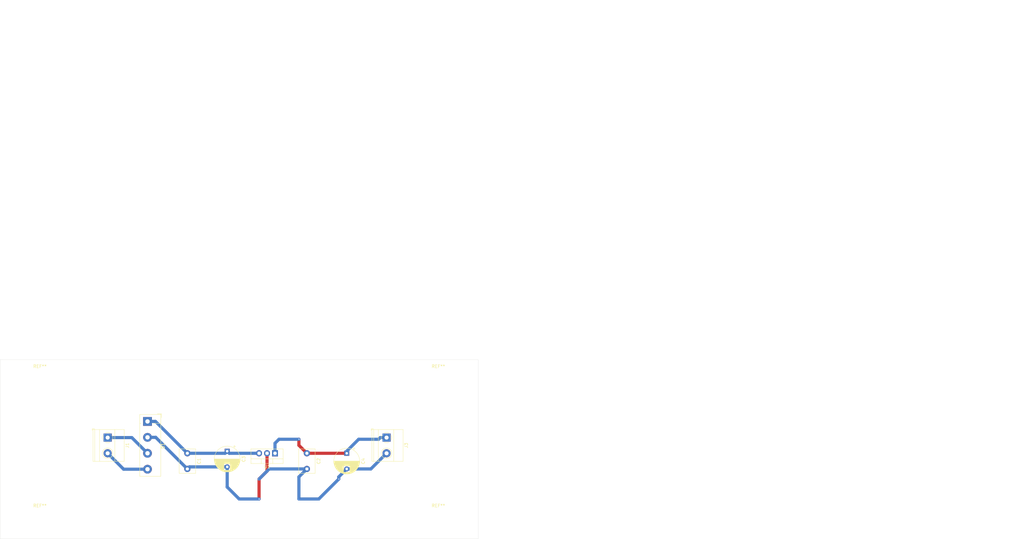
<source format=kicad_pcb>
(kicad_pcb (version 20240108) (generator "pcbnew") (generator_version "8.0")
  (layers (0 "F.Cu" signal) (31 "B.Cu" signal) (34 "B.Paste" user) (35 "F.Paste" user) (36 "B.SilkS" user "B.Silkscreen") (37 "F.SilkS" user "F.Silkscreen") (38 "B.Mask" user) (39 "F.Mask" user) (44 "Edge.Cuts" user))
  (net 0 "")
  (net 1 "/VIN")
  (net 2 "GND")
  (net 3 "/AC1")
  (net 4 "/AC2")
  (net 5 "/VOUT")
  (footprint "Capacitor_THT:C_Disc_D7.5mm_W5.0mm_P5.00mm" (layer "F.Cu") (at 101.6 88.9 -90)
    (property "Reference" "C1" (at 2.5 -3.75 -90) (layer "F.SilkS"))
    (property "Value" "C")
    (fp_line (start -1.37 2.62) (end 6.37 2.62) (stroke (width 0.12)) (layer "F.SilkS"))
    (fp_line (start -1.37 -2.62) (end -1.37 2.62) (stroke (width 0.12)) (layer "F.SilkS"))
    (fp_line (start -1.37 -2.62) (end 6.37 -2.62) (stroke (width 0.12)) (layer "F.SilkS"))
    (fp_line (start 6.37 -2.62) (end 6.37 2.62) (stroke (width 0.12)) (layer "F.SilkS"))
    (pad "1" thru_hole circle (at 0 0 270) (size 2 2) (drill 1) (layers "*.Cu" "*.Mask") (net 1 "/VIN"))
    (pad "2" thru_hole circle (at 5 0 270) (size 2 2) (drill 1) (layers "*.Cu" "*.Mask") (net 2 "GND"))
  )
  (footprint "Diode_THT:Diode_Bridge_Vishay_KBL" (layer "F.Cu") (at 88.9 78.74 -90)
    (property "Reference" "D1" (at 7.8 -4.95 90) (layer "F.SilkS"))
    (property "Value" "ABS10")
    (fp_line (start -2.2 2.45) (end 17.5 2.45) (stroke (width 0.12)) (layer "F.SilkS"))
    (fp_line (start 17.5 2.45) (end 17.5 -4.25) (stroke (width 0.12)) (layer "F.SilkS"))
    (fp_line (start 0.65 2.05) (end 0.65 2.45) (stroke (width 0.12)) (layer "F.SilkS"))
    (fp_line (start 0.65 -1.9) (end 0.65 -4.25) (stroke (width 0.12)) (layer "F.SilkS"))
    (fp_line (start -2.4 -3.15) (end -2.4 -4.45) (stroke (width 0.12)) (layer "F.SilkS"))
    (fp_line (start -2.2 -4.25) (end -2.2 2.45) (stroke (width 0.12)) (layer "F.SilkS"))
    (fp_line (start 17.5 -4.25) (end -2.2 -4.25) (stroke (width 0.12)) (layer "F.SilkS"))
    (fp_line (start -2.4 -4.45) (end -1.2 -4.45) (stroke (width 0.12)) (layer "F.SilkS"))
    (pad "1" thru_hole rect (at 0 0 270) (size 2.8 2.8) (drill 1.4) (layers "*.Cu" "*.Mask") (net 1 "/VIN"))
    (pad "2" thru_hole circle (at 5.08 0 270) (size 2.8 2.8) (drill 1.4) (layers "*.Cu" "*.Mask") (net 2 "GND"))
    (pad "3" thru_hole circle (at 10.16 0 270) (size 2.8 2.8) (drill 1.4) (layers "*.Cu" "*.Mask") (net 4 "/AC2"))
    (pad "4" thru_hole circle (at 15.24 0 270) (size 2.8 2.8) (drill 1.4) (layers "*.Cu" "*.Mask") (net 3 "/AC1"))
  )
  (footprint "MountingHole:MountingHole_3.2mm_M3" (layer "F.Cu") (at 54.61 65.38)
    (property "Reference" "REF**" (at 0 -4.2 0) (layer "F.SilkS"))
    (property "Value" "MountingHole_3.2mm_M3")
    (pad "" np_thru_hole circle (at 0 0) (size 3.2 3.2) (drill 3.2) (layers "*.Cu" "*.Mask"))
  )
  (footprint "Capacitor_THT:CP_Radial_D8.0mm_P5.00mm" (layer "F.Cu") (at 114.3 88.2425 -90)
    (property "Reference" "C3" (at 2.5 -5.25 -90) (layer "F.SilkS"))
    (property "Value" "C_Polarized")
    (fp_line (start 3.981 1.04) (end 3.981 3.805) (stroke (width 0.12)) (layer "F.SilkS"))
    (fp_line (start 4.021 1.04) (end 4.021 3.79) (stroke (width 0.12)) (layer "F.SilkS"))
    (fp_line (start 4.061 1.04) (end 4.061 3.774) (stroke (width 0.12)) (layer "F.SilkS"))
    (fp_line (start 4.101 1.04) (end 4.101 3.757) (stroke (width 0.12)) (layer "F.SilkS"))
    (fp_line (start 4.141 1.04) (end 4.141 3.74) (stroke (width 0.12)) (layer "F.SilkS"))
    (fp_line (start 4.181 1.04) (end 4.181 3.722) (stroke (width 0.12)) (layer "F.SilkS"))
    (fp_line (start 4.221 1.04) (end 4.221 3.704) (stroke (width 0.12)) (layer "F.SilkS"))
    (fp_line (start 4.261 1.04) (end 4.261 3.686) (stroke (width 0.12)) (layer "F.SilkS"))
    (fp_line (start 4.301 1.04) (end 4.301 3.666) (stroke (width 0.12)) (layer "F.SilkS"))
    (fp_line (start 4.341 1.04) (end 4.341 3.647) (stroke (width 0.12)) (layer "F.SilkS"))
    (fp_line (start 4.381 1.04) (end 4.381 3.627) (stroke (width 0.12)) (layer "F.SilkS"))
    (fp_line (start 4.421 1.04) (end 4.421 3.606) (stroke (width 0.12)) (layer "F.SilkS"))
    (fp_line (start 4.461 1.04) (end 4.461 3.584) (stroke (width 0.12)) (layer "F.SilkS"))
    (fp_line (start 4.501 1.04) (end 4.501 3.562) (stroke (width 0.12)) (layer "F.SilkS"))
    (fp_line (start 4.541 1.04) (end 4.541 3.54) (stroke (width 0.12)) (layer "F.SilkS"))
    (fp_line (start 4.581 1.04) (end 4.581 3.517) (stroke (width 0.12)) (layer "F.SilkS"))
    (fp_line (start 4.621 1.04) (end 4.621 3.493) (stroke (width 0.12)) (layer "F.SilkS"))
    (fp_line (start 4.661 1.04) (end 4.661 3.469) (stroke (width 0.12)) (layer "F.SilkS"))
    (fp_line (start 4.701 1.04) (end 4.701 3.444) (stroke (width 0.12)) (layer "F.SilkS"))
    (fp_line (start 4.741 1.04) (end 4.741 3.418) (stroke (width 0.12)) (layer "F.SilkS"))
    (fp_line (start 4.781 1.04) (end 4.781 3.392) (stroke (width 0.12)) (layer "F.SilkS"))
    (fp_line (start 4.821 1.04) (end 4.821 3.365) (stroke (width 0.12)) (layer "F.SilkS"))
    (fp_line (start 4.861 1.04) (end 4.861 3.338) (stroke (width 0.12)) (layer "F.SilkS"))
    (fp_line (start 4.901 1.04) (end 4.901 3.309) (stroke (width 0.12)) (layer "F.SilkS"))
    (fp_line (start 4.941 1.04) (end 4.941 3.28) (stroke (width 0.12)) (layer "F.SilkS"))
    (fp_line (start 4.981 1.04) (end 4.981 3.25) (stroke (width 0.12)) (layer "F.SilkS"))
    (fp_line (start 5.021 1.04) (end 5.021 3.22) (stroke (width 0.12)) (layer "F.SilkS"))
    (fp_line (start 5.061 1.04) (end 5.061 3.189) (stroke (width 0.12)) (layer "F.SilkS"))
    (fp_line (start 5.101 1.04) (end 5.101 3.156) (stroke (width 0.12)) (layer "F.SilkS"))
    (fp_line (start 5.141 1.04) (end 5.141 3.124) (stroke (width 0.12)) (layer "F.SilkS"))
    (fp_line (start 5.181 1.04) (end 5.181 3.09) (stroke (width 0.12)) (layer "F.SilkS"))
    (fp_line (start 5.221 1.04) (end 5.221 3.055) (stroke (width 0.12)) (layer "F.SilkS"))
    (fp_line (start 5.261 1.04) (end 5.261 3.019) (stroke (width 0.12)) (layer "F.SilkS"))
    (fp_line (start 5.301 1.04) (end 5.301 2.983) (stroke (width 0.12)) (layer "F.SilkS"))
    (fp_line (start 5.341 1.04) (end 5.341 2.945) (stroke (width 0.12)) (layer "F.SilkS"))
    (fp_line (start 5.381 1.04) (end 5.381 2.907) (stroke (width 0.12)) (layer "F.SilkS"))
    (fp_line (start 5.421 1.04) (end 5.421 2.867) (stroke (width 0.12)) (layer "F.SilkS"))
    (fp_line (start 5.461 1.04) (end 5.461 2.826) (stroke (width 0.12)) (layer "F.SilkS"))
    (fp_line (start 5.501 1.04) (end 5.501 2.784) (stroke (width 0.12)) (layer "F.SilkS"))
    (fp_line (start 5.541 1.04) (end 5.541 2.741) (stroke (width 0.12)) (layer "F.SilkS"))
    (fp_line (start 5.581 1.04) (end 5.581 2.697) (stroke (width 0.12)) (layer "F.SilkS"))
    (fp_line (start 5.621 1.04) (end 5.621 2.651) (stroke (width 0.12)) (layer "F.SilkS"))
    (fp_line (start 5.661 1.04) (end 5.661 2.604) (stroke (width 0.12)) (layer "F.SilkS"))
    (fp_line (start 5.701 1.04) (end 5.701 2.556) (stroke (width 0.12)) (layer "F.SilkS"))
    (fp_line (start 5.741 1.04) (end 5.741 2.505) (stroke (width 0.12)) (layer "F.SilkS"))
    (fp_line (start 5.781 1.04) (end 5.781 2.454) (stroke (width 0.12)) (layer "F.SilkS"))
    (fp_line (start 5.821 1.04) (end 5.821 2.4) (stroke (width 0.12)) (layer "F.SilkS"))
    (fp_line (start 5.861 1.04) (end 5.861 2.345) (stroke (width 0.12)) (layer "F.SilkS"))
    (fp_line (start 5.901 1.04) (end 5.901 2.287) (stroke (width 0.12)) (layer "F.SilkS"))
    (fp_line (start 5.941 1.04) (end 5.941 2.228) (stroke (width 0.12)) (layer "F.SilkS"))
    (fp_line (start 5.981 1.04) (end 5.981 2.166) (stroke (width 0.12)) (layer "F.SilkS"))
    (fp_line (start 6.021 1.04) (end 6.021 2.102) (stroke (width 0.12)) (layer "F.SilkS"))
    (fp_line (start 6.581 -0.533) (end 6.581 0.533) (stroke (width 0.12)) (layer "F.SilkS"))
    (fp_line (start 6.541 -0.768) (end 6.541 0.768) (stroke (width 0.12)) (layer "F.SilkS"))
    (fp_line (start 6.501 -0.948) (end 6.501 0.948) (stroke (width 0.12)) (layer "F.SilkS"))
    (fp_line (start 6.461 -1.098) (end 6.461 1.098) (stroke (width 0.12)) (layer "F.SilkS"))
    (fp_line (start 6.421 -1.229) (end 6.421 1.229) (stroke (width 0.12)) (layer "F.SilkS"))
    (fp_line (start 6.381 -1.346) (end 6.381 1.346) (stroke (width 0.12)) (layer "F.SilkS"))
    (fp_line (start 6.341 -1.453) (end 6.341 1.453) (stroke (width 0.12)) (layer "F.SilkS"))
    (fp_line (start 6.301 -1.552) (end 6.301 1.552) (stroke (width 0.12)) (layer "F.SilkS"))
    (fp_line (start 6.261 -1.645) (end 6.261 1.645) (stroke (width 0.12)) (layer "F.SilkS"))
    (fp_line (start 6.221 -1.731) (end 6.221 1.731) (stroke (width 0.12)) (layer "F.SilkS"))
    (fp_line (start 6.181 -1.813) (end 6.181 1.813) (stroke (width 0.12)) (layer "F.SilkS"))
    (fp_line (start 6.141 -1.89) (end 6.141 1.89) (stroke (width 0.12)) (layer "F.SilkS"))
    (fp_line (start 6.101 -1.964) (end 6.101 1.964) (stroke (width 0.12)) (layer "F.SilkS"))
    (fp_line (start 6.061 -2.034) (end 6.061 2.034) (stroke (width 0.12)) (layer "F.SilkS"))
    (fp_line (start 6.021 -2.102) (end 6.021 -1.04) (stroke (width 0.12)) (layer "F.SilkS"))
    (fp_line (start 5.981 -2.166) (end 5.981 -1.04) (stroke (width 0.12)) (layer "F.SilkS"))
    (fp_line (start 5.941 -2.228) (end 5.941 -1.04) (stroke (width 0.12)) (layer "F.SilkS"))
    (fp_line (start 5.901 -2.287) (end 5.901 -1.04) (stroke (width 0.12)) (layer "F.SilkS"))
    (fp_line (start -1.909698 -2.315) (end -1.109698 -2.315) (stroke (width 0.12)) (layer "F.SilkS"))
    (fp_line (start 5.861 -2.345) (end 5.861 -1.04) (stroke (width 0.12)) (layer "F.SilkS"))
    (fp_line (start 5.821 -2.4) (end 5.821 -1.04) (stroke (width 0.12)) (layer "F.SilkS"))
    (fp_line (start 5.781 -2.454) (end 5.781 -1.04) (stroke (width 0.12)) (layer "F.SilkS"))
    (fp_line (start 5.741 -2.505) (end 5.741 -1.04) (stroke (width 0.12)) (layer "F.SilkS"))
    (fp_line (start 5.701 -2.556) (end 5.701 -1.04) (stroke (width 0.12)) (layer "F.SilkS"))
    (fp_line (start 5.661 -2.604) (end 5.661 -1.04) (stroke (width 0.12)) (layer "F.SilkS"))
    (fp_line (start 5.621 -2.651) (end 5.621 -1.04) (stroke (width 0.12)) (layer "F.SilkS"))
    (fp_line (start 5.581 -2.697) (end 5.581 -1.04) (stroke (width 0.12)) (layer "F.SilkS"))
    (fp_line (start -1.509698 -2.715) (end -1.509698 -1.915) (stroke (width 0.12)) (layer "F.SilkS"))
    (fp_line (start 5.541 -2.741) (end 5.541 -1.04) (stroke (width 0.12)) (layer "F.SilkS"))
    (fp_line (start 5.501 -2.784) (end 5.501 -1.04) (stroke (width 0.12)) (layer "F.SilkS"))
    (fp_line (start 5.461 -2.826) (end 5.461 -1.04) (stroke (width 0.12)) (layer "F.SilkS"))
    (fp_line (start 5.421 -2.867) (end 5.421 -1.04) (stroke (width 0.12)) (layer "F.SilkS"))
    (fp_line (start 5.381 -2.907) (end 5.381 -1.04) (stroke (width 0.12)) (layer "F.SilkS"))
    (fp_line (start 5.341 -2.945) (end 5.341 -1.04) (stroke (width 0.12)) (layer "F.SilkS"))
    (fp_line (start 5.301 -2.983) (end 5.301 -1.04) (stroke (width 0.12)) (layer "F.SilkS"))
    (fp_line (start 5.261 -3.019) (end 5.261 -1.04) (stroke (width 0.12)) (layer "F.SilkS"))
    (fp_line (start 5.221 -3.055) (end 5.221 -1.04) (stroke (width 0.12)) (layer "F.SilkS"))
    (fp_line (start 5.181 -3.09) (end 5.181 -1.04) (stroke (width 0.12)) (layer "F.SilkS"))
    (fp_line (start 5.141 -3.124) (end 5.141 -1.04) (stroke (width 0.12)) (layer "F.SilkS"))
    (fp_line (start 5.101 -3.156) (end 5.101 -1.04) (stroke (width 0.12)) (layer "F.SilkS"))
    (fp_line (start 5.061 -3.189) (end 5.061 -1.04) (stroke (width 0.12)) (layer "F.SilkS"))
    (fp_line (start 5.021 -3.22) (end 5.021 -1.04) (stroke (width 0.12)) (layer "F.SilkS"))
    (fp_line (start 4.981 -3.25) (end 4.981 -1.04) (stroke (width 0.12)) (layer "F.SilkS"))
    (fp_line (start 4.941 -3.28) (end 4.941 -1.04) (stroke (width 0.12)) (layer "F.SilkS"))
    (fp_line (start 4.901 -3.309) (end 4.901 -1.04) (stroke (width 0.12)) (layer "F.SilkS"))
    (fp_line (start 4.861 -3.338) (end 4.861 -1.04) (stroke (width 0.12)) (layer "F.SilkS"))
    (fp_line (start 4.821 -3.365) (end 4.821 -1.04) (stroke (width 0.12)) (layer "F.SilkS"))
    (fp_line (start 4.781 -3.392) (end 4.781 -1.04) (stroke (width 0.12)) (layer "F.SilkS"))
    (fp_line (start 4.741 -3.418) (end 4.741 -1.04) (stroke (width 0.12)) (layer "F.SilkS"))
    (fp_line (start 4.701 -3.444) (end 4.701 -1.04) (stroke (width 0.12)) (layer "F.SilkS"))
    (fp_line (start 4.661 -3.469) (end 4.661 -1.04) (stroke (width 0.12)) (layer "F.SilkS"))
    (fp_line (start 4.621 -3.493) (end 4.621 -1.04) (stroke (width 0.12)) (layer "F.SilkS"))
    (fp_line (start 4.581 -3.517) (end 4.581 -1.04) (stroke (width 0.12)) (layer "F.SilkS"))
    (fp_line (start 4.541 -3.54) (end 4.541 -1.04) (stroke (width 0.12)) (layer "F.SilkS"))
    (fp_line (start 4.501 -3.562) (end 4.501 -1.04) (stroke (width 0.12)) (layer "F.SilkS"))
    (fp_line (start 4.461 -3.584) (end 4.461 -1.04) (stroke (width 0.12)) (layer "F.SilkS"))
    (fp_line (start 4.421 -3.606) (end 4.421 -1.04) (stroke (width 0.12)) (layer "F.SilkS"))
    (fp_line (start 4.381 -3.627) (end 4.381 -1.04) (stroke (width 0.12)) (layer "F.SilkS"))
    (fp_line (start 4.341 -3.647) (end 4.341 -1.04) (stroke (width 0.12)) (layer "F.SilkS"))
    (fp_line (start 4.301 -3.666) (end 4.301 -1.04) (stroke (width 0.12)) (layer "F.SilkS"))
    (fp_line (start 4.261 -3.686) (end 4.261 -1.04) (stroke (width 0.12)) (layer "F.SilkS"))
    (fp_line (start 4.221 -3.704) (end 4.221 -1.04) (stroke (width 0.12)) (layer "F.SilkS"))
    (fp_line (start 4.181 -3.722) (end 4.181 -1.04) (stroke (width 0.12)) (layer "F.SilkS"))
    (fp_line (start 4.141 -3.74) (end 4.141 -1.04) (stroke (width 0.12)) (layer "F.SilkS"))
    (fp_line (start 4.101 -3.757) (end 4.101 -1.04) (stroke (width 0.12)) (layer "F.SilkS"))
    (fp_line (start 4.061 -3.774) (end 4.061 -1.04) (stroke (width 0.12)) (layer "F.SilkS"))
    (fp_line (start 4.021 -3.79) (end 4.021 -1.04) (stroke (width 0.12)) (layer "F.SilkS"))
    (fp_line (start 3.981 -3.805) (end 3.981 -1.04) (stroke (width 0.12)) (layer "F.SilkS"))
    (fp_line (start 3.941 -3.821) (end 3.941 3.821) (stroke (width 0.12)) (layer "F.SilkS"))
    (fp_line (start 3.901 -3.835) (end 3.901 3.835) (stroke (width 0.12)) (layer "F.SilkS"))
    (fp_line (start 3.861 -3.85) (end 3.861 3.85) (stroke (width 0.12)) (layer "F.SilkS"))
    (fp_line (start 3.821 -3.863) (end 3.821 3.863) (stroke (width 0.12)) (layer "F.SilkS"))
    (fp_line (start 3.781 -3.877) (end 3.781 3.877) (stroke (width 0.12)) (layer "F.SilkS"))
    (fp_line (start 3.741 -3.889) (end 3.741 3.889) (stroke (width 0.12)) (layer "F.SilkS"))
    (fp_line (start 3.701 -3.902) (end 3.701 3.902) (stroke (width 0.12)) (layer "F.SilkS"))
    (fp_line (start 3.661 -3.914) (end 3.661 3.914) (stroke (width 0.12)) (layer "F.SilkS"))
    (fp_line (start 3.621 -3.925) (end 3.621 3.925) (stroke (width 0.12)) (layer "F.SilkS"))
    (fp_line (start 3.581 -3.936) (end 3.581 3.936) (stroke (width 0.12)) (layer "F.SilkS"))
    (fp_line (start 3.541 -3.947) (end 3.541 3.947) (stroke (width 0.12)) (layer "F.SilkS"))
    (fp_line (start 3.501 -3.957) (end 3.501 3.957) (stroke (width 0.12)) (layer "F.SilkS"))
    (fp_line (start 3.461 -3.967) (end 3.461 3.967) (stroke (width 0.12)) (layer "F.SilkS"))
    (fp_line (start 3.421 -3.976) (end 3.421 3.976) (stroke (width 0.12)) (layer "F.SilkS"))
    (fp_line (start 3.381 -3.985) (end 3.381 3.985) (stroke (width 0.12)) (layer "F.SilkS"))
    (fp_line (start 3.341 -3.994) (end 3.341 3.994) (stroke (width 0.12)) (layer "F.SilkS"))
    (fp_line (start 3.301 -4.002) (end 3.301 4.002) (stroke (width 0.12)) (layer "F.SilkS"))
    (fp_line (start 3.261 -4.01) (end 3.261 4.01) (stroke (width 0.12)) (layer "F.SilkS"))
    (fp_line (start 3.221 -4.017) (end 3.221 4.017) (stroke (width 0.12)) (layer "F.SilkS"))
    (fp_line (start 3.18 -4.024) (end 3.18 4.024) (stroke (width 0.12)) (layer "F.SilkS"))
    (fp_line (start 3.14 -4.03) (end 3.14 4.03) (stroke (width 0.12)) (layer "F.SilkS"))
    (fp_line (start 3.1 -4.037) (end 3.1 4.037) (stroke (width 0.12)) (layer "F.SilkS"))
    (fp_line (start 3.06 -4.042) (end 3.06 4.042) (stroke (width 0.12)) (layer "F.SilkS"))
    (fp_line (start 3.02 -4.048) (end 3.02 4.048) (stroke (width 0.12)) (layer "F.SilkS"))
    (fp_line (start 2.98 -4.052) (end 2.98 4.052) (stroke (width 0.12)) (layer "F.SilkS"))
    (fp_line (start 2.94 -4.057) (end 2.94 4.057) (stroke (width 0.12)) (layer "F.SilkS"))
    (fp_line (start 2.9 -4.061) (end 2.9 4.061) (stroke (width 0.12)) (layer "F.SilkS"))
    (fp_line (start 2.86 -4.065) (end 2.86 4.065) (stroke (width 0.12)) (layer "F.SilkS"))
    (fp_line (start 2.82 -4.068) (end 2.82 4.068) (stroke (width 0.12)) (layer "F.SilkS"))
    (fp_line (start 2.78 -4.071) (end 2.78 4.071) (stroke (width 0.12)) (layer "F.SilkS"))
    (fp_line (start 2.74 -4.074) (end 2.74 4.074) (stroke (width 0.12)) (layer "F.SilkS"))
    (fp_line (start 2.7 -4.076) (end 2.7 4.076) (stroke (width 0.12)) (layer "F.SilkS"))
    (fp_line (start 2.66 -4.077) (end 2.66 4.077) (stroke (width 0.12)) (layer "F.SilkS"))
    (fp_line (start 2.62 -4.079) (end 2.62 4.079) (stroke (width 0.12)) (layer "F.SilkS"))
    (fp_line (start 2.5 -4.08) (end 2.5 4.08) (stroke (width 0.12)) (layer "F.SilkS"))
    (fp_line (start 2.54 -4.08) (end 2.54 4.08) (stroke (width 0.12)) (layer "F.SilkS"))
    (fp_line (start 2.58 -4.08) (end 2.58 4.08) (stroke (width 0.12)) (layer "F.SilkS"))
    (fp_circle (center 2.5 0) (end 6.62 0) (stroke (width 0.12)) (fill none) (layer "F.SilkS"))
    (pad "1" thru_hole rect (at 0 0 270) (size 1.6 1.6) (drill 0.8) (layers "*.Cu" "*.Mask") (net 1 "/VIN"))
    (pad "2" thru_hole circle (at 5 0 270) (size 1.6 1.6) (drill 0.8) (layers "*.Cu" "*.Mask") (net 2 "GND"))
  )
  (footprint "Package_TO_SOT_THT:TO-220-3_Vertical" (layer "F.Cu") (at 129.54 88.9 180)
    (property "Reference" "U1" (at 2.54 -4.27 180) (layer "F.SilkS"))
    (property "Value" "LM78L05_TO92")
    (fp_line (start 7.66 -3.27) (end 7.66 1.371) (stroke (width 0.12)) (layer "F.SilkS"))
    (fp_line (start 4.391 -3.27) (end 4.391 -1.76) (stroke (width 0.12)) (layer "F.SilkS"))
    (fp_line (start 0.69 -3.27) (end 0.69 -1.76) (stroke (width 0.12)) (layer "F.SilkS"))
    (fp_line (start -2.58 1.371) (end 7.66 1.371) (stroke (width 0.12)) (layer "F.SilkS"))
    (fp_line (start -2.58 -1.76) (end 7.66 -1.76) (stroke (width 0.12)) (layer "F.SilkS"))
    (fp_line (start -2.58 -3.27) (end 7.66 -3.27) (stroke (width 0.12)) (layer "F.SilkS"))
    (fp_line (start -2.58 -3.27) (end -2.58 1.371) (stroke (width 0.12)) (layer "F.SilkS"))
    (pad "1" thru_hole rect (at 0 0 180) (size 1.905 2) (drill 1.1) (layers "*.Cu" "*.Mask") (net 5 "/VOUT"))
    (pad "2" thru_hole oval (at 2.54 0 180) (size 1.905 2) (drill 1.1) (layers "*.Cu" "*.Mask") (net 2 "GND"))
    (pad "3" thru_hole oval (at 5.08 0 180) (size 1.905 2) (drill 1.1) (layers "*.Cu" "*.Mask") (net 1 "/VIN"))
  )
  (footprint "TerminalBlock_Phoenix:TerminalBlock_Phoenix_MKDS-1,5-2_1x02_P5.00mm_Horizontal" (layer "F.Cu") (at 165.1 83.9 -90)
    (property "Reference" "J3" (at 2.5 -6.26 -90) (layer "F.SilkS"))
    (property "Value" "Screw_Terminal_01x02")
    (fp_line (start -2.8 4.9) (end -2.3 4.9) (stroke (width 0.12)) (layer "F.SilkS"))
    (fp_line (start -2.56 4.66) (end 7.56 4.66) (stroke (width 0.12)) (layer "F.SilkS"))
    (fp_line (start -2.8 4.16) (end -2.8 4.9) (stroke (width 0.12)) (layer "F.SilkS"))
    (fp_line (start -2.56 4.1) (end 7.56 4.1) (stroke (width 0.12)) (layer "F.SilkS"))
    (fp_line (start -2.56 2.6) (end 7.56 2.6) (stroke (width 0.12)) (layer "F.SilkS"))
    (fp_line (start 3.966 1.239) (end 3.931 1.274) (stroke (width 0.12)) (layer "F.SilkS"))
    (fp_line (start 3.773 1.023) (end 3.726 1.069) (stroke (width 0.12)) (layer "F.SilkS"))
    (fp_line (start 6.275 -1.069) (end 6.228 -1.023) (stroke (width 0.12)) (layer "F.SilkS"))
    (fp_line (start 6.07 -1.275) (end 6.035 -1.239) (stroke (width 0.12)) (layer "F.SilkS"))
    (fp_line (start -2.56 -2.301) (end 7.56 -2.301) (stroke (width 0.12)) (layer "F.SilkS"))
    (fp_line (start -2.56 -5.261) (end -2.56 4.66) (stroke (width 0.12)) (layer "F.SilkS"))
    (fp_line (start -2.56 -5.261) (end 7.56 -5.261) (stroke (width 0.12)) (layer "F.SilkS"))
    (fp_line (start 7.56 -5.261) (end 7.56 4.66) (stroke (width 0.12)) (layer "F.SilkS"))
    (fp_arc (start 0.028805 1.680253) (mid -0.335551 1.646659) (end -0.684 1.535) (stroke (width 0.12)) (layer "F.SilkS"))
    (fp_arc (start 0.683318 1.534756) (mid 0.349292 1.643288) (end 0 1.68) (stroke (width 0.12)) (layer "F.SilkS"))
    (fp_arc (start -1.535427 0.683042) (mid -1.680501 -0.000524) (end -1.535 -0.684) (stroke (width 0.12)) (layer "F.SilkS"))
    (fp_arc (start 1.535427 -0.683042) (mid 1.680501 0.000524) (end 1.535 0.684) (stroke (width 0.12)) (layer "F.SilkS"))
    (fp_arc (start -0.683042 -1.535427) (mid 0.000524 -1.680501) (end 0.684 -1.535) (stroke (width 0.12)) (layer "F.SilkS"))
    (fp_circle (center 5 0) (end 6.68 0) (stroke (width 0.12)) (fill none) (layer "F.SilkS"))
    (pad "1" thru_hole rect (at 0 0 270) (size 2.6 2.6) (drill 1.3) (layers "*.Cu" "*.Mask") (net 5 "/VOUT"))
    (pad "2" thru_hole circle (at 5 0 270) (size 2.6 2.6) (drill 1.3) (layers "*.Cu" "*.Mask") (net 2 "GND"))
  )
  (footprint "TerminalBlock_Phoenix:TerminalBlock_Phoenix_MKDS-1,5-2_1x02_P5.00mm_Horizontal" (layer "F.Cu") (at 76.2 83.9 -90)
    (property "Reference" "J1" (at 2.5 -6.26 -90) (layer "F.SilkS"))
    (property "Value" "Screw_Terminal_01x02")
    (fp_line (start -2.8 4.9) (end -2.3 4.9) (stroke (width 0.12)) (layer "F.SilkS"))
    (fp_line (start -2.56 4.66) (end 7.56 4.66) (stroke (width 0.12)) (layer "F.SilkS"))
    (fp_line (start -2.8 4.16) (end -2.8 4.9) (stroke (width 0.12)) (layer "F.SilkS"))
    (fp_line (start -2.56 4.1) (end 7.56 4.1) (stroke (width 0.12)) (layer "F.SilkS"))
    (fp_line (start -2.56 2.6) (end 7.56 2.6) (stroke (width 0.12)) (layer "F.SilkS"))
    (fp_line (start 3.966 1.239) (end 3.931 1.274) (stroke (width 0.12)) (layer "F.SilkS"))
    (fp_line (start 3.773 1.023) (end 3.726 1.069) (stroke (width 0.12)) (layer "F.SilkS"))
    (fp_line (start 6.275 -1.069) (end 6.228 -1.023) (stroke (width 0.12)) (layer "F.SilkS"))
    (fp_line (start 6.07 -1.275) (end 6.035 -1.239) (stroke (width 0.12)) (layer "F.SilkS"))
    (fp_line (start -2.56 -2.301) (end 7.56 -2.301) (stroke (width 0.12)) (layer "F.SilkS"))
    (fp_line (start -2.56 -5.261) (end -2.56 4.66) (stroke (width 0.12)) (layer "F.SilkS"))
    (fp_line (start -2.56 -5.261) (end 7.56 -5.261) (stroke (width 0.12)) (layer "F.SilkS"))
    (fp_line (start 7.56 -5.261) (end 7.56 4.66) (stroke (width 0.12)) (layer "F.SilkS"))
    (fp_arc (start 0.028805 1.680253) (mid -0.335551 1.646659) (end -0.684 1.535) (stroke (width 0.12)) (layer "F.SilkS"))
    (fp_arc (start 0.683318 1.534756) (mid 0.349292 1.643288) (end 0 1.68) (stroke (width 0.12)) (layer "F.SilkS"))
    (fp_arc (start -1.535427 0.683042) (mid -1.680501 -0.000524) (end -1.535 -0.684) (stroke (width 0.12)) (layer "F.SilkS"))
    (fp_arc (start 1.535427 -0.683042) (mid 1.680501 0.000524) (end 1.535 0.684) (stroke (width 0.12)) (layer "F.SilkS"))
    (fp_arc (start -0.683042 -1.535427) (mid 0.000524 -1.680501) (end 0.684 -1.535) (stroke (width 0.12)) (layer "F.SilkS"))
    (fp_circle (center 5 0) (end 6.68 0) (stroke (width 0.12)) (fill none) (layer "F.SilkS"))
    (pad "1" thru_hole rect (at 0 0 270) (size 2.6 2.6) (drill 1.3) (layers "*.Cu" "*.Mask") (net 4 "/AC2"))
    (pad "2" thru_hole circle (at 5 0 270) (size 2.6 2.6) (drill 1.3) (layers "*.Cu" "*.Mask") (net 3 "/AC1"))
  )
  (footprint "MountingHole:MountingHole_3.2mm_M3" (layer "F.Cu") (at 181.61 65.38)
    (property "Reference" "REF**" (at 0 -4.2 0) (layer "F.SilkS"))
    (property "Value" "MountingHole_3.2mm_M3")
    (pad "" np_thru_hole circle (at 0 0) (size 3.2 3.2) (drill 3.2) (layers "*.Cu" "*.Mask"))
  )
  (footprint "MountingHole:MountingHole_3.2mm_M3" (layer "F.Cu") (at 54.61 109.83)
    (property "Reference" "REF**" (at 0 -4.2 0) (layer "F.SilkS"))
    (property "Value" "MountingHole_3.2mm_M3")
    (pad "" np_thru_hole circle (at 0 0) (size 3.2 3.2) (drill 3.2) (layers "*.Cu" "*.Mask"))
  )
  (footprint "Capacitor_THT:C_Disc_D7.5mm_W5.0mm_P5.00mm" (layer "F.Cu") (at 139.7 88.9 -90)
    (property "Reference" "C2" (at 2.5 -3.75 -90) (layer "F.SilkS"))
    (property "Value" "C")
    (fp_line (start -1.37 2.62) (end 6.37 2.62) (stroke (width 0.12)) (layer "F.SilkS"))
    (fp_line (start -1.37 -2.62) (end -1.37 2.62) (stroke (width 0.12)) (layer "F.SilkS"))
    (fp_line (start -1.37 -2.62) (end 6.37 -2.62) (stroke (width 0.12)) (layer "F.SilkS"))
    (fp_line (start 6.37 -2.62) (end 6.37 2.62) (stroke (width 0.12)) (layer "F.SilkS"))
    (pad "1" thru_hole circle (at 0 0 270) (size 2 2) (drill 1) (layers "*.Cu" "*.Mask") (net 5 "/VOUT"))
    (pad "2" thru_hole circle (at 5 0 270) (size 2 2) (drill 1) (layers "*.Cu" "*.Mask") (net 2 "GND"))
  )
  (footprint "Capacitor_THT:CP_Radial_D8.0mm_P5.00mm" (layer "F.Cu") (at 152.4 88.9 -90)
    (property "Reference" "C4" (at 2.5 -5.25 -90) (layer "F.SilkS"))
    (property "Value" "C_Polarized")
    (fp_line (start 3.981 1.04) (end 3.981 3.805) (stroke (width 0.12)) (layer "F.SilkS"))
    (fp_line (start 4.021 1.04) (end 4.021 3.79) (stroke (width 0.12)) (layer "F.SilkS"))
    (fp_line (start 4.061 1.04) (end 4.061 3.774) (stroke (width 0.12)) (layer "F.SilkS"))
    (fp_line (start 4.101 1.04) (end 4.101 3.757) (stroke (width 0.12)) (layer "F.SilkS"))
    (fp_line (start 4.141 1.04) (end 4.141 3.74) (stroke (width 0.12)) (layer "F.SilkS"))
    (fp_line (start 4.181 1.04) (end 4.181 3.722) (stroke (width 0.12)) (layer "F.SilkS"))
    (fp_line (start 4.221 1.04) (end 4.221 3.704) (stroke (width 0.12)) (layer "F.SilkS"))
    (fp_line (start 4.261 1.04) (end 4.261 3.686) (stroke (width 0.12)) (layer "F.SilkS"))
    (fp_line (start 4.301 1.04) (end 4.301 3.666) (stroke (width 0.12)) (layer "F.SilkS"))
    (fp_line (start 4.341 1.04) (end 4.341 3.647) (stroke (width 0.12)) (layer "F.SilkS"))
    (fp_line (start 4.381 1.04) (end 4.381 3.627) (stroke (width 0.12)) (layer "F.SilkS"))
    (fp_line (start 4.421 1.04) (end 4.421 3.606) (stroke (width 0.12)) (layer "F.SilkS"))
    (fp_line (start 4.461 1.04) (end 4.461 3.584) (stroke (width 0.12)) (layer "F.SilkS"))
    (fp_line (start 4.501 1.04) (end 4.501 3.562) (stroke (width 0.12)) (layer "F.SilkS"))
    (fp_line (start 4.541 1.04) (end 4.541 3.54) (stroke (width 0.12)) (layer "F.SilkS"))
    (fp_line (start 4.581 1.04) (end 4.581 3.517) (stroke (width 0.12)) (layer "F.SilkS"))
    (fp_line (start 4.621 1.04) (end 4.621 3.493) (stroke (width 0.12)) (layer "F.SilkS"))
    (fp_line (start 4.661 1.04) (end 4.661 3.469) (stroke (width 0.12)) (layer "F.SilkS"))
    (fp_line (start 4.701 1.04) (end 4.701 3.444) (stroke (width 0.12)) (layer "F.SilkS"))
    (fp_line (start 4.741 1.04) (end 4.741 3.418) (stroke (width 0.12)) (layer "F.SilkS"))
    (fp_line (start 4.781 1.04) (end 4.781 3.392) (stroke (width 0.12)) (layer "F.SilkS"))
    (fp_line (start 4.821 1.04) (end 4.821 3.365) (stroke (width 0.12)) (layer "F.SilkS"))
    (fp_line (start 4.861 1.04) (end 4.861 3.338) (stroke (width 0.12)) (layer "F.SilkS"))
    (fp_line (start 4.901 1.04) (end 4.901 3.309) (stroke (width 0.12)) (layer "F.SilkS"))
    (fp_line (start 4.941 1.04) (end 4.941 3.28) (stroke (width 0.12)) (layer "F.SilkS"))
    (fp_line (start 4.981 1.04) (end 4.981 3.25) (stroke (width 0.12)) (layer "F.SilkS"))
    (fp_line (start 5.021 1.04) (end 5.021 3.22) (stroke (width 0.12)) (layer "F.SilkS"))
    (fp_line (start 5.061 1.04) (end 5.061 3.189) (stroke (width 0.12)) (layer "F.SilkS"))
    (fp_line (start 5.101 1.04) (end 5.101 3.156) (stroke (width 0.12)) (layer "F.SilkS"))
    (fp_line (start 5.141 1.04) (end 5.141 3.124) (stroke (width 0.12)) (layer "F.SilkS"))
    (fp_line (start 5.181 1.04) (end 5.181 3.09) (stroke (width 0.12)) (layer "F.SilkS"))
    (fp_line (start 5.221 1.04) (end 5.221 3.055) (stroke (width 0.12)) (layer "F.SilkS"))
    (fp_line (start 5.261 1.04) (end 5.261 3.019) (stroke (width 0.12)) (layer "F.SilkS"))
    (fp_line (start 5.301 1.04) (end 5.301 2.983) (stroke (width 0.12)) (layer "F.SilkS"))
    (fp_line (start 5.341 1.04) (end 5.341 2.945) (stroke (width 0.12)) (layer "F.SilkS"))
    (fp_line (start 5.381 1.04) (end 5.381 2.907) (stroke (width 0.12)) (layer "F.SilkS"))
    (fp_line (start 5.421 1.04) (end 5.421 2.867) (stroke (width 0.12)) (layer "F.SilkS"))
    (fp_line (start 5.461 1.04) (end 5.461 2.826) (stroke (width 0.12)) (layer "F.SilkS"))
    (fp_line (start 5.501 1.04) (end 5.501 2.784) (stroke (width 0.12)) (layer "F.SilkS"))
    (fp_line (start 5.541 1.04) (end 5.541 2.741) (stroke (width 0.12)) (layer "F.SilkS"))
    (fp_line (start 5.581 1.04) (end 5.581 2.697) (stroke (width 0.12)) (layer "F.SilkS"))
    (fp_line (start 5.621 1.04) (end 5.621 2.651) (stroke (width 0.12)) (layer "F.SilkS"))
    (fp_line (start 5.661 1.04) (end 5.661 2.604) (stroke (width 0.12)) (layer "F.SilkS"))
    (fp_line (start 5.701 1.04) (end 5.701 2.556) (stroke (width 0.12)) (layer "F.SilkS"))
    (fp_line (start 5.741 1.04) (end 5.741 2.505) (stroke (width 0.12)) (layer "F.SilkS"))
    (fp_line (start 5.781 1.04) (end 5.781 2.454) (stroke (width 0.12)) (layer "F.SilkS"))
    (fp_line (start 5.821 1.04) (end 5.821 2.4) (stroke (width 0.12)) (layer "F.SilkS"))
    (fp_line (start 5.861 1.04) (end 5.861 2.345) (stroke (width 0.12)) (layer "F.SilkS"))
    (fp_line (start 5.901 1.04) (end 5.901 2.287) (stroke (width 0.12)) (layer "F.SilkS"))
    (fp_line (start 5.941 1.04) (end 5.941 2.228) (stroke (width 0.12)) (layer "F.SilkS"))
    (fp_line (start 5.981 1.04) (end 5.981 2.166) (stroke (width 0.12)) (layer "F.SilkS"))
    (fp_line (start 6.021 1.04) (end 6.021 2.102) (stroke (width 0.12)) (layer "F.SilkS"))
    (fp_line (start 6.581 -0.533) (end 6.581 0.533) (stroke (width 0.12)) (layer "F.SilkS"))
    (fp_line (start 6.541 -0.768) (end 6.541 0.768) (stroke (width 0.12)) (layer "F.SilkS"))
    (fp_line (start 6.501 -0.948) (end 6.501 0.948) (stroke (width 0.12)) (layer "F.SilkS"))
    (fp_line (start 6.461 -1.098) (end 6.461 1.098) (stroke (width 0.12)) (layer "F.SilkS"))
    (fp_line (start 6.421 -1.229) (end 6.421 1.229) (stroke (width 0.12)) (layer "F.SilkS"))
    (fp_line (start 6.381 -1.346) (end 6.381 1.346) (stroke (width 0.12)) (layer "F.SilkS"))
    (fp_line (start 6.341 -1.453) (end 6.341 1.453) (stroke (width 0.12)) (layer "F.SilkS"))
    (fp_line (start 6.301 -1.552) (end 6.301 1.552) (stroke (width 0.12)) (layer "F.SilkS"))
    (fp_line (start 6.261 -1.645) (end 6.261 1.645) (stroke (width 0.12)) (layer "F.SilkS"))
    (fp_line (start 6.221 -1.731) (end 6.221 1.731) (stroke (width 0.12)) (layer "F.SilkS"))
    (fp_line (start 6.181 -1.813) (end 6.181 1.813) (stroke (width 0.12)) (layer "F.SilkS"))
    (fp_line (start 6.141 -1.89) (end 6.141 1.89) (stroke (width 0.12)) (layer "F.SilkS"))
    (fp_line (start 6.101 -1.964) (end 6.101 1.964) (stroke (width 0.12)) (layer "F.SilkS"))
    (fp_line (start 6.061 -2.034) (end 6.061 2.034) (stroke (width 0.12)) (layer "F.SilkS"))
    (fp_line (start 6.021 -2.102) (end 6.021 -1.04) (stroke (width 0.12)) (layer "F.SilkS"))
    (fp_line (start 5.981 -2.166) (end 5.981 -1.04) (stroke (width 0.12)) (layer "F.SilkS"))
    (fp_line (start 5.941 -2.228) (end 5.941 -1.04) (stroke (width 0.12)) (layer "F.SilkS"))
    (fp_line (start 5.901 -2.287) (end 5.901 -1.04) (stroke (width 0.12)) (layer "F.SilkS"))
    (fp_line (start -1.909698 -2.315) (end -1.109698 -2.315) (stroke (width 0.12)) (layer "F.SilkS"))
    (fp_line (start 5.861 -2.345) (end 5.861 -1.04) (stroke (width 0.12)) (layer "F.SilkS"))
    (fp_line (start 5.821 -2.4) (end 5.821 -1.04) (stroke (width 0.12)) (layer "F.SilkS"))
    (fp_line (start 5.781 -2.454) (end 5.781 -1.04) (stroke (width 0.12)) (layer "F.SilkS"))
    (fp_line (start 5.741 -2.505) (end 5.741 -1.04) (stroke (width 0.12)) (layer "F.SilkS"))
    (fp_line (start 5.701 -2.556) (end 5.701 -1.04) (stroke (width 0.12)) (layer "F.SilkS"))
    (fp_line (start 5.661 -2.604) (end 5.661 -1.04) (stroke (width 0.12)) (layer "F.SilkS"))
    (fp_line (start 5.621 -2.651) (end 5.621 -1.04) (stroke (width 0.12)) (layer "F.SilkS"))
    (fp_line (start 5.581 -2.697) (end 5.581 -1.04) (stroke (width 0.12)) (layer "F.SilkS"))
    (fp_line (start -1.509698 -2.715) (end -1.509698 -1.915) (stroke (width 0.12)) (layer "F.SilkS"))
    (fp_line (start 5.541 -2.741) (end 5.541 -1.04) (stroke (width 0.12)) (layer "F.SilkS"))
    (fp_line (start 5.501 -2.784) (end 5.501 -1.04) (stroke (width 0.12)) (layer "F.SilkS"))
    (fp_line (start 5.461 -2.826) (end 5.461 -1.04) (stroke (width 0.12)) (layer "F.SilkS"))
    (fp_line (start 5.421 -2.867) (end 5.421 -1.04) (stroke (width 0.12)) (layer "F.SilkS"))
    (fp_line (start 5.381 -2.907) (end 5.381 -1.04) (stroke (width 0.12)) (layer "F.SilkS"))
    (fp_line (start 5.341 -2.945) (end 5.341 -1.04) (stroke (width 0.12)) (layer "F.SilkS"))
    (fp_line (start 5.301 -2.983) (end 5.301 -1.04) (stroke (width 0.12)) (layer "F.SilkS"))
    (fp_line (start 5.261 -3.019) (end 5.261 -1.04) (stroke (width 0.12)) (layer "F.SilkS"))
    (fp_line (start 5.221 -3.055) (end 5.221 -1.04) (stroke (width 0.12)) (layer "F.SilkS"))
    (fp_line (start 5.181 -3.09) (end 5.181 -1.04) (stroke (width 0.12)) (layer "F.SilkS"))
    (fp_line (start 5.141 -3.124) (end 5.141 -1.04) (stroke (width 0.12)) (layer "F.SilkS"))
    (fp_line (start 5.101 -3.156) (end 5.101 -1.04) (stroke (width 0.12)) (layer "F.SilkS"))
    (fp_line (start 5.061 -3.189) (end 5.061 -1.04) (stroke (width 0.12)) (layer "F.SilkS"))
    (fp_line (start 5.021 -3.22) (end 5.021 -1.04) (stroke (width 0.12)) (layer "F.SilkS"))
    (fp_line (start 4.981 -3.25) (end 4.981 -1.04) (stroke (width 0.12)) (layer "F.SilkS"))
    (fp_line (start 4.941 -3.28) (end 4.941 -1.04) (stroke (width 0.12)) (layer "F.SilkS"))
    (fp_line (start 4.901 -3.309) (end 4.901 -1.04) (stroke (width 0.12)) (layer "F.SilkS"))
    (fp_line (start 4.861 -3.338) (end 4.861 -1.04) (stroke (width 0.12)) (layer "F.SilkS"))
    (fp_line (start 4.821 -3.365) (end 4.821 -1.04) (stroke (width 0.12)) (layer "F.SilkS"))
    (fp_line (start 4.781 -3.392) (end 4.781 -1.04) (stroke (width 0.12)) (layer "F.SilkS"))
    (fp_line (start 4.741 -3.418) (end 4.741 -1.04) (stroke (width 0.12)) (layer "F.SilkS"))
    (fp_line (start 4.701 -3.444) (end 4.701 -1.04) (stroke (width 0.12)) (layer "F.SilkS"))
    (fp_line (start 4.661 -3.469) (end 4.661 -1.04) (stroke (width 0.12)) (layer "F.SilkS"))
    (fp_line (start 4.621 -3.493) (end 4.621 -1.04) (stroke (width 0.12)) (layer "F.SilkS"))
    (fp_line (start 4.581 -3.517) (end 4.581 -1.04) (stroke (width 0.12)) (layer "F.SilkS"))
    (fp_line (start 4.541 -3.54) (end 4.541 -1.04) (stroke (width 0.12)) (layer "F.SilkS"))
    (fp_line (start 4.501 -3.562) (end 4.501 -1.04) (stroke (width 0.12)) (layer "F.SilkS"))
    (fp_line (start 4.461 -3.584) (end 4.461 -1.04) (stroke (width 0.12)) (layer "F.SilkS"))
    (fp_line (start 4.421 -3.606) (end 4.421 -1.04) (stroke (width 0.12)) (layer "F.SilkS"))
    (fp_line (start 4.381 -3.627) (end 4.381 -1.04) (stroke (width 0.12)) (layer "F.SilkS"))
    (fp_line (start 4.341 -3.647) (end 4.341 -1.04) (stroke (width 0.12)) (layer "F.SilkS"))
    (fp_line (start 4.301 -3.666) (end 4.301 -1.04) (stroke (width 0.12)) (layer "F.SilkS"))
    (fp_line (start 4.261 -3.686) (end 4.261 -1.04) (stroke (width 0.12)) (layer "F.SilkS"))
    (fp_line (start 4.221 -3.704) (end 4.221 -1.04) (stroke (width 0.12)) (layer "F.SilkS"))
    (fp_line (start 4.181 -3.722) (end 4.181 -1.04) (stroke (width 0.12)) (layer "F.SilkS"))
    (fp_line (start 4.141 -3.74) (end 4.141 -1.04) (stroke (width 0.12)) (layer "F.SilkS"))
    (fp_line (start 4.101 -3.757) (end 4.101 -1.04) (stroke (width 0.12)) (layer "F.SilkS"))
    (fp_line (start 4.061 -3.774) (end 4.061 -1.04) (stroke (width 0.12)) (layer "F.SilkS"))
    (fp_line (start 4.021 -3.79) (end 4.021 -1.04) (stroke (width 0.12)) (layer "F.SilkS"))
    (fp_line (start 3.981 -3.805) (end 3.981 -1.04) (stroke (width 0.12)) (layer "F.SilkS"))
    (fp_line (start 3.941 -3.821) (end 3.941 3.821) (stroke (width 0.12)) (layer "F.SilkS"))
    (fp_line (start 3.901 -3.835) (end 3.901 3.835) (stroke (width 0.12)) (layer "F.SilkS"))
    (fp_line (start 3.861 -3.85) (end 3.861 3.85) (stroke (width 0.12)) (layer "F.SilkS"))
    (fp_line (start 3.821 -3.863) (end 3.821 3.863) (stroke (width 0.12)) (layer "F.SilkS"))
    (fp_line (start 3.781 -3.877) (end 3.781 3.877) (stroke (width 0.12)) (layer "F.SilkS"))
    (fp_line (start 3.741 -3.889) (end 3.741 3.889) (stroke (width 0.12)) (layer "F.SilkS"))
    (fp_line (start 3.701 -3.902) (end 3.701 3.902) (stroke (width 0.12)) (layer "F.SilkS"))
    (fp_line (start 3.661 -3.914) (end 3.661 3.914) (stroke (width 0.12)) (layer "F.SilkS"))
    (fp_line (start 3.621 -3.925) (end 3.621 3.925) (stroke (width 0.12)) (layer "F.SilkS"))
    (fp_line (start 3.581 -3.936) (end 3.581 3.936) (stroke (width 0.12)) (layer "F.SilkS"))
    (fp_line (start 3.541 -3.947) (end 3.541 3.947) (stroke (width 0.12)) (layer "F.SilkS"))
    (fp_line (start 3.501 -3.957) (end 3.501 3.957) (stroke (width 0.12)) (layer "F.SilkS"))
    (fp_line (start 3.461 -3.967) (end 3.461 3.967) (stroke (width 0.12)) (layer "F.SilkS"))
    (fp_line (start 3.421 -3.976) (end 3.421 3.976) (stroke (width 0.12)) (layer "F.SilkS"))
    (fp_line (start 3.381 -3.985) (end 3.381 3.985) (stroke (width 0.12)) (layer "F.SilkS"))
    (fp_line (start 3.341 -3.994) (end 3.341 3.994) (stroke (width 0.12)) (layer "F.SilkS"))
    (fp_line (start 3.301 -4.002) (end 3.301 4.002) (stroke (width 0.12)) (layer "F.SilkS"))
    (fp_line (start 3.261 -4.01) (end 3.261 4.01) (stroke (width 0.12)) (layer "F.SilkS"))
    (fp_line (start 3.221 -4.017) (end 3.221 4.017) (stroke (width 0.12)) (layer "F.SilkS"))
    (fp_line (start 3.18 -4.024) (end 3.18 4.024) (stroke (width 0.12)) (layer "F.SilkS"))
    (fp_line (start 3.14 -4.03) (end 3.14 4.03) (stroke (width 0.12)) (layer "F.SilkS"))
    (fp_line (start 3.1 -4.037) (end 3.1 4.037) (stroke (width 0.12)) (layer "F.SilkS"))
    (fp_line (start 3.06 -4.042) (end 3.06 4.042) (stroke (width 0.12)) (layer "F.SilkS"))
    (fp_line (start 3.02 -4.048) (end 3.02 4.048) (stroke (width 0.12)) (layer "F.SilkS"))
    (fp_line (start 2.98 -4.052) (end 2.98 4.052) (stroke (width 0.12)) (layer "F.SilkS"))
    (fp_line (start 2.94 -4.057) (end 2.94 4.057) (stroke (width 0.12)) (layer "F.SilkS"))
    (fp_line (start 2.9 -4.061) (end 2.9 4.061) (stroke (width 0.12)) (layer "F.SilkS"))
    (fp_line (start 2.86 -4.065) (end 2.86 4.065) (stroke (width 0.12)) (layer "F.SilkS"))
    (fp_line (start 2.82 -4.068) (end 2.82 4.068) (stroke (width 0.12)) (layer "F.SilkS"))
    (fp_line (start 2.78 -4.071) (end 2.78 4.071) (stroke (width 0.12)) (layer "F.SilkS"))
    (fp_line (start 2.74 -4.074) (end 2.74 4.074) (stroke (width 0.12)) (layer "F.SilkS"))
    (fp_line (start 2.7 -4.076) (end 2.7 4.076) (stroke (width 0.12)) (layer "F.SilkS"))
    (fp_line (start 2.66 -4.077) (end 2.66 4.077) (stroke (width 0.12)) (layer "F.SilkS"))
    (fp_line (start 2.62 -4.079) (end 2.62 4.079) (stroke (width 0.12)) (layer "F.SilkS"))
    (fp_line (start 2.5 -4.08) (end 2.5 4.08) (stroke (width 0.12)) (layer "F.SilkS"))
    (fp_line (start 2.54 -4.08) (end 2.54 4.08) (stroke (width 0.12)) (layer "F.SilkS"))
    (fp_line (start 2.58 -4.08) (end 2.58 4.08) (stroke (width 0.12)) (layer "F.SilkS"))
    (fp_circle (center 2.5 0) (end 6.62 0) (stroke (width 0.12)) (fill none) (layer "F.SilkS"))
    (pad "1" thru_hole rect (at 0 0 270) (size 1.6 1.6) (drill 0.8) (layers "*.Cu" "*.Mask") (net 5 "/VOUT"))
    (pad "2" thru_hole circle (at 5 0 270) (size 1.6 1.6) (drill 0.8) (layers "*.Cu" "*.Mask") (net 2 "GND"))
  )
  (footprint "MountingHole:MountingHole_3.2mm_M3" (layer "F.Cu") (at 181.61 109.83)
    (property "Reference" "REF**" (at 0 -4.2 0) (layer "F.SilkS"))
    (property "Value" "MountingHole_3.2mm_M3")
    (pad "" np_thru_hole circle (at 0 0) (size 3.2 3.2) (drill 3.2) (layers "*.Cu" "*.Mask"))
  )
  (gr_rect (start 41.91 59.03) (end 194.31 116.18) (stroke (width 0.05)) (fill none) (layer "Edge.Cuts"))
  (segment (start 114.9575 88.9) (end 114.3 88.2425) (width 1) (layer "B.Cu") (net 1))
  (segment (start 88.9 78.74) (end 91.44 78.74) (width 1) (layer "B.Cu") (net 1))
  (segment (start 91.44 78.74) (end 101.6 88.9) (width 1) (layer "B.Cu") (net 1))
  (segment (start 124.46 88.9) (end 114.9575 88.9) (width 1) (layer "B.Cu") (net 1))
  (segment (start 113.6425 88.9) (end 114.3 88.2425) (width 1) (layer "B.Cu") (net 1))
  (segment (start 101.6 88.9) (end 113.6425 88.9) (width 1) (layer "B.Cu") (net 1))
  (segment (start 127 94.59) (end 127 88.9) (width 1) (layer "F.Cu") (net 2))
  (segment (start 124.46 97.13) (end 127 94.59) (width 1) (layer "F.Cu") (net 2))
  (segment (start 124.46 103.48) (end 124.46 97.13) (width 1) (layer "F.Cu") (net 2))
  (via (at 149.86 97.13) (size 0.6) (drill 0.3) (layers "F.Cu" "B.Cu") (net 2))
  (via (at 124.46 103.48) (size 0.6) (drill 0.3) (layers "F.Cu" "B.Cu") (net 2))
  (segment (start 137.16 103.48) (end 143.51 103.48) (width 1) (layer "B.Cu") (net 2))
  (segment (start 88.9 83.82) (end 91.52 83.82) (width 1) (layer "B.Cu") (net 2))
  (segment (start 149.86 97.13) (end 149.86 96.44) (width 1) (layer "B.Cu") (net 2))
  (segment (start 165.1 88.9) (end 160.1 93.9) (width 1) (layer "B.Cu") (net 2))
  (segment (start 139.7 93.9) (end 127.69 93.9) (width 1) (layer "B.Cu") (net 2))
  (segment (start 114.3 93.2425) (end 114.3 99.67) (width 1) (layer "B.Cu") (net 2))
  (segment (start 137.16 96.44) (end 137.16 103.48) (width 1) (layer "B.Cu") (net 2))
  (segment (start 114.3 93.2425) (end 102.2575 93.2425) (width 1) (layer "B.Cu") (net 2))
  (segment (start 139.7 93.9) (end 137.16 96.44) (width 1) (layer "B.Cu") (net 2))
  (segment (start 143.51 103.48) (end 149.86 97.13) (width 1) (layer "B.Cu") (net 2))
  (segment (start 160.1 93.9) (end 152.4 93.9) (width 1) (layer "B.Cu") (net 2))
  (segment (start 149.86 96.44) (end 152.4 93.9) (width 1) (layer "B.Cu") (net 2))
  (segment (start 118.11 103.48) (end 124.46 103.48) (width 1) (layer "B.Cu") (net 2))
  (segment (start 127.69 93.9) (end 124.46 97.13) (width 1) (layer "B.Cu") (net 2))
  (segment (start 114.3 99.67) (end 118.11 103.48) (width 1) (layer "B.Cu") (net 2))
  (segment (start 91.52 83.82) (end 101.6 93.9) (width 1) (layer "B.Cu") (net 2))
  (segment (start 102.2575 93.2425) (end 101.6 93.9) (width 1) (layer "B.Cu") (net 2))
  (segment (start 76.2 88.9) (end 81.28 93.98) (width 1) (layer "B.Cu") (net 3))
  (segment (start 81.28 93.98) (end 88.9 93.98) (width 1) (layer "B.Cu") (net 3))
  (segment (start 83.9 83.9) (end 88.9 88.9) (width 1) (layer "B.Cu") (net 4))
  (segment (start 76.2 83.9) (end 83.9 83.9) (width 1) (layer "B.Cu") (net 4))
  (segment (start 139.7 88.9) (end 152.4 88.9) (width 1) (layer "F.Cu") (net 5))
  (segment (start 137.16 86.36) (end 139.7 88.9) (width 1) (layer "F.Cu") (net 5))
  (segment (start 137.16 84.43) (end 137.16 86.36) (width 1) (layer "F.Cu") (net 5))
  (via (at 137.16 84.43) (size 0.6) (drill 0.3) (layers "F.Cu" "B.Cu") (net 5))
  (segment (start 156.21 84.43) (end 162.56 84.43) (width 1) (layer "B.Cu") (net 5))
  (segment (start 129.54 85.7) (end 130.81 84.43) (width 1) (layer "B.Cu") (net 5))
  (segment (start 129.54 88.9) (end 129.54 85.7) (width 1) (layer "B.Cu") (net 5))
  (segment (start 163.09 83.9) (end 165.1 83.9) (width 1) (layer "B.Cu") (net 5))
  (segment (start 162.56 84.43) (end 163.09 83.9) (width 1) (layer "B.Cu") (net 5))
  (segment (start 152.4 88.9) (end 152.4 88.24) (width 1) (layer "B.Cu") (net 5))
  (segment (start 152.4 88.24) (end 156.21 84.43) (width 1) (layer "B.Cu") (net 5))
  (segment (start 130.81 84.43) (end 137.16 84.43) (width 1) (layer "B.Cu") (net 5))
)
</source>
